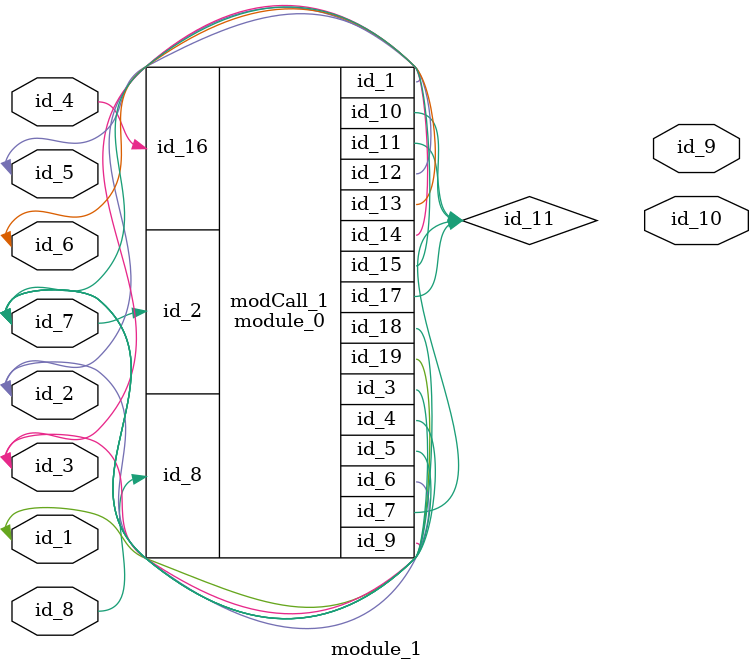
<source format=v>
module module_0 (
    id_1,
    id_2,
    id_3,
    id_4,
    id_5,
    id_6,
    id_7,
    id_8,
    id_9,
    id_10,
    id_11,
    id_12,
    id_13,
    id_14,
    id_15,
    id_16,
    id_17,
    id_18,
    id_19
);
  output wire id_19;
  output wire id_18;
  output wire id_17;
  input wire id_16;
  inout wire id_15;
  inout wire id_14;
  inout wire id_13;
  inout wire id_12;
  inout wire id_11;
  inout wire id_10;
  output wire id_9;
  input wire id_8;
  output wire id_7;
  inout wire id_6;
  inout wire id_5;
  inout wire id_4;
  inout wire id_3;
  input wire id_2;
  inout wire id_1;
  wire id_20 = id_6;
endmodule
module module_1 (
    id_1,
    id_2,
    id_3,
    id_4,
    id_5,
    id_6,
    id_7,
    id_8,
    id_9,
    id_10
);
  output wire id_10;
  output wire id_9;
  input wire id_8;
  inout wire id_7;
  inout wire id_6;
  inout wire id_5;
  input wire id_4;
  inout wire id_3;
  inout wire id_2;
  inout wire id_1;
  wire id_11;
  module_0 modCall_1 (
      id_2,
      id_7,
      id_7,
      id_7,
      id_7,
      id_2,
      id_11,
      id_8,
      id_3,
      id_11,
      id_11,
      id_5,
      id_6,
      id_3,
      id_7,
      id_4,
      id_11,
      id_7,
      id_1
  );
  wire id_12;
endmodule

</source>
